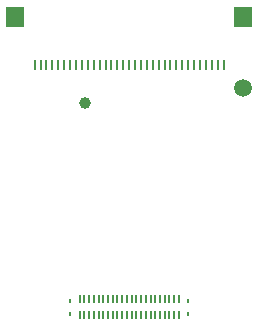
<source format=gts>
G04 #@! TF.GenerationSoftware,KiCad,Pcbnew,6.0.8-f2edbf62ab~116~ubuntu20.04.1*
G04 #@! TF.CreationDate,2022-10-27T16:24:36+02:00*
G04 #@! TF.ProjectId,S3-44-to-33-FPC,53332d34-342d-4746-9f2d-33332d465043,1.0*
G04 #@! TF.SameCoordinates,Original*
G04 #@! TF.FileFunction,Soldermask,Top*
G04 #@! TF.FilePolarity,Negative*
%FSLAX46Y46*%
G04 Gerber Fmt 4.6, Leading zero omitted, Abs format (unit mm)*
G04 Created by KiCad (PCBNEW 6.0.8-f2edbf62ab~116~ubuntu20.04.1) date 2022-10-27 16:24:36*
%MOMM*%
%LPD*%
G01*
G04 APERTURE LIST*
%ADD10C,1.000000*%
%ADD11R,0.254000X0.812800*%
%ADD12R,1.524000X1.701800*%
%ADD13R,0.177800X0.660400*%
%ADD14R,0.177800X0.304800*%
%ADD15C,1.500000*%
G04 APERTURE END LIST*
D10*
X109850000Y-97650000D03*
D11*
X121574999Y-94415650D03*
X121075000Y-94415650D03*
X120574999Y-94415650D03*
X120075000Y-94415650D03*
X119574998Y-94415650D03*
X119074999Y-94415650D03*
X118575000Y-94415650D03*
X118074999Y-94415650D03*
X117575000Y-94415650D03*
X117074998Y-94415650D03*
X116574999Y-94415650D03*
X116075000Y-94415650D03*
X115574999Y-94415650D03*
X115075000Y-94415650D03*
X114574998Y-94415650D03*
X114074999Y-94415650D03*
X113575000Y-94415650D03*
X113074998Y-94415650D03*
X112574999Y-94415650D03*
X112075000Y-94415650D03*
X111574999Y-94415650D03*
X111075000Y-94415650D03*
X110574998Y-94415650D03*
X110074999Y-94415650D03*
X109575000Y-94415650D03*
X109074999Y-94415650D03*
X108575000Y-94415650D03*
X108074998Y-94415650D03*
X107574999Y-94415650D03*
X107075000Y-94415650D03*
X106574999Y-94415650D03*
X106075000Y-94415650D03*
X105574998Y-94415650D03*
D12*
X103923000Y-90402450D03*
X123227000Y-90402450D03*
D13*
X117788525Y-114275000D03*
X117788525Y-115625000D03*
X117388475Y-114275000D03*
X117388475Y-115625000D03*
X116988425Y-114275000D03*
X116988425Y-115625000D03*
X116588375Y-114275000D03*
X116588375Y-115625000D03*
X116188325Y-114275000D03*
X116188325Y-115625000D03*
X115788275Y-114275000D03*
X115788275Y-115625000D03*
X115388225Y-114275000D03*
X115388225Y-115625000D03*
X114988175Y-114275000D03*
X114988175Y-115625000D03*
X114588125Y-114275000D03*
X114588125Y-115625000D03*
X114188075Y-114275000D03*
X114188075Y-115625000D03*
X113788025Y-114275000D03*
X113788025Y-115625000D03*
X113387975Y-114275000D03*
X113387975Y-115625000D03*
X112987925Y-114275000D03*
X112987925Y-115625000D03*
X112587875Y-114275000D03*
X112587875Y-115625000D03*
X112187825Y-114275000D03*
X112187825Y-115625000D03*
X111787775Y-114275000D03*
X111787775Y-115625000D03*
X111387725Y-114275000D03*
X111387725Y-115625000D03*
X110987675Y-114275000D03*
X110987675Y-115625000D03*
X110587625Y-114275000D03*
X110587625Y-115625000D03*
X110187575Y-114275000D03*
X110187575Y-115625000D03*
X109787525Y-114275000D03*
X109787525Y-115625000D03*
X109387475Y-114275000D03*
X109387475Y-115625000D03*
D14*
X108588000Y-114374944D03*
X118588000Y-114374944D03*
X108588010Y-115525056D03*
X118587990Y-115525056D03*
D15*
X123175000Y-96350000D03*
M02*

</source>
